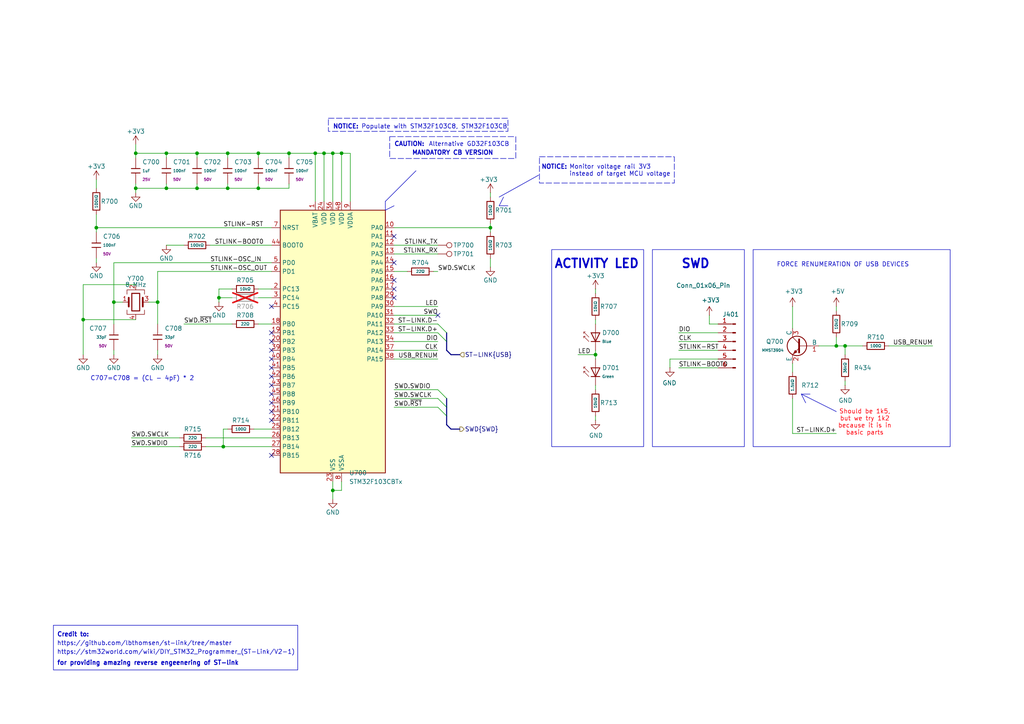
<source format=kicad_sch>
(kicad_sch (version 20250114) (generator "eeschema") (generator_version "9.0")
  (paper "A4")
  (title_block (title "ModuCard power supply unit") (date "2025-08-05") (rev "0") (company "KoNaR") (comment 1 "Base project authors: Dominik Pluta, Artem Horiunov") (comment 2 "Project author: Maciej Chodowiec"))
  (rectangle (start 218.44 72.39) (end 275.59 129.54))
  (rectangle (start 189.23 72.39) (end 215.9 129.54))
  (rectangle (start 113.03 39.624) (end 149.606 45.974) (stroke (width 0) (type dash)))
  (rectangle (start 160.02 72.39) (end 186.69 129.54))
  (rectangle (start 15.494 181.356) (end 86.36 194.31))
  (rectangle (start 156.464 45.466) (end 195.58 53.086) (stroke (width 0) (type dash)))
  (rectangle (start 95.25 34.29) (end 147.32 38.1) (stroke (width 0) (type dash)))
  (text "Alternative GD32F103CB " (at 136.525 41.91 0) (effects (font (size 1.27 1.27))))
  (text "SWD\n" (at 197.485 78.105 0) (effects (font (size 2.54 2.54) (thickness 0.508) (bold yes)) (justify left bottom)))
  (text "NOTICE:" (at 96.52 36.83 0) (effects (font (size 1.27 1.27) (bold yes)) (justify left)))
  (text "C707=C708 = (CL - 4pF) * 2\n" (at 41.275 109.855 0) (effects (font (size 1.27 1.27))))
  (text "Monitor voltage rail 3V3 \ninstead of target MCU voltage" (at 165.1 49.53 0) (effects (font (size 1.27 1.27)) (justify left)))
  (text "https://stm32world.com/wiki/DIY_STM32_Programmer_(ST-Link/V2-1)" (at 16.51 189.23 0) (effects (font (size 1.27 1.27)) (justify left)))
  (text "CAUTION:" (at 118.745 41.91 0) (effects (font (size 1.27 1.27) (bold yes))))
  (text "Populate with STM32F103C8, STM32F103CB\n" (at 104.775 36.83 0) (effects (font (size 1.27 1.27)) (justify left)))
  (text "Should be 1k5,\nbut we try 1k2\nbecause it is in\nbasic parts" (at 250.825 122.555 0) (effects (font (size 1.27 1.27))))
  (text "ACTIVITY LED\n" (at 160.655 78.105 0) (effects (font (size 2.54 2.54) (thickness 0.508) (bold yes)) (justify left bottom)))
  (text "for providing amazing reverse engeenering of ST-link\n" (at 16.51 192.405 0) (effects (font (size 1.27 1.27) (bold yes)) (justify left)))
  (text " MANDATORY CB VERSION" (at 130.81 44.45 0) (effects (font (size 1.27 1.27) (bold yes))))
  (text "FORCE RENUMERATION OF USB DEVICES" (at 244.475 76.835 0) (effects (font (size 1.27 1.27))))
  (text "https://github.com/lbthomsen/st-link/tree/master" (at 16.51 186.69 0) (effects (font (size 1.27 1.27)) (justify left)))
  (text "NOTICE:" (at 160.782 48.514 0) (effects (font (size 1.27 1.27) (bold yes))))
  (text "Credit to:" (at 16.51 184.15 0) (effects (font (size 1.27 1.27) (bold yes)) (justify left)))
  (junction (at 63.5 86.36))
  (junction (at 39.37 44.45))
  (junction (at 66.04 54.61))
  (junction (at 27.94 66.04))
  (junction (at 83.82 44.45))
  (junction (at 91.44 44.45))
  (junction (at 39.37 54.61))
  (junction (at 99.06 44.45))
  (junction (at 66.04 44.45))
  (junction (at 74.93 44.45))
  (junction (at 245.11 100.33))
  (junction (at 48.26 44.45))
  (junction (at 33.02 87.63))
  (junction (at 172.72 102.87))
  (junction (at 96.52 44.45))
  (junction (at 57.15 44.45))
  (junction (at 64.77 129.54))
  (junction (at 96.52 142.24))
  (junction (at 57.15 54.61))
  (junction (at 24.13 92.71))
  (junction (at 242.57 100.33))
  (junction (at 48.26 54.61))
  (junction (at 93.98 44.45))
  (junction (at 45.72 87.63))
  (junction (at 74.93 54.61))
  (junction (at 142.24 66.04))
  (no_connect (at 114.3 76.2))
  (no_connect (at 78.74 99.06))
  (no_connect (at 78.74 106.68))
  (no_connect (at 78.74 88.9))
  (no_connect (at 78.74 121.92))
  (no_connect (at 78.74 111.76))
  (no_connect (at 114.3 86.36))
  (no_connect (at 78.74 114.3))
  (no_connect (at 78.74 132.08))
  (no_connect (at 114.3 68.58))
  (no_connect (at 78.74 96.52))
  (no_connect (at 114.3 83.82))
  (no_connect (at 127 91.44))
  (no_connect (at 78.74 101.6))
  (no_connect (at 114.3 81.28))
  (no_connect (at 78.74 119.38))
  (no_connect (at 78.74 116.84))
  (no_connect (at 78.74 104.14))
  (no_connect (at 78.74 109.22))
  (bus_entry (at 127 115.57) (size 2.54 2.54))
  (bus_entry (at 127 96.52) (size 2.54 2.54))
  (bus_entry (at 127 93.98) (size 2.54 2.54))
  (bus_entry (at 127 118.11) (size 2.54 2.54))
  (bus_entry (at 127 113.03) (size 2.54 2.54))
  (polyline (pts (xy 242.57 119.38) (xy 232.41 114.3)))
  (wire (pts (xy 27.94 66.04) (xy 78.74 66.04)))
  (wire (pts (xy 114.3 73.66) (xy 127 73.66)))
  (bus (pts (xy 130.81 102.87) (xy 129.54 101.6)))
  (wire (pts (xy 245.11 110.49) (xy 245.11 111.76)))
  (wire (pts (xy 229.87 125.73) (xy 242.57 125.73)))
  (wire (pts (xy 242.57 100.33) (xy 245.11 100.33)))
  (bus (pts (xy 129.54 99.06) (xy 129.54 101.6)))
  (wire (pts (xy 38.1 129.54) (xy 52.07 129.54)))
  (wire (pts (xy 99.06 44.45) (xy 99.06 58.42)))
  (bus (pts (xy 130.81 124.46) (xy 133.35 124.46)))
  (wire (pts (xy 38.1 127) (xy 52.07 127)))
  (wire (pts (xy 101.6 58.42) (xy 101.6 44.45)))
  (wire (pts (xy 74.93 54.61) (xy 83.82 54.61)))
  (wire (pts (xy 39.37 41.91) (xy 39.37 44.45)))
  (wire (pts (xy 48.26 44.45) (xy 57.15 44.45)))
  (wire (pts (xy 33.02 76.2) (xy 33.02 87.63)))
  (polyline (pts (xy 111.76 58.42) (xy 111.76 60.96)))
  (wire (pts (xy 114.3 93.98) (xy 127 93.98)))
  (wire (pts (xy 66.04 53.34) (xy 66.04 54.61)))
  (wire (pts (xy 114.3 78.74) (xy 118.11 78.74)))
  (wire (pts (xy 114.3 91.44) (xy 127 91.44)))
  (wire (pts (xy 196.85 106.68) (xy 208.28 106.68)))
  (wire (pts (xy 196.85 101.6) (xy 208.28 101.6)))
  (wire (pts (xy 64.77 124.46) (xy 64.77 129.54)))
  (wire (pts (xy 96.52 142.24) (xy 96.52 144.78)))
  (wire (pts (xy 127 104.14) (xy 114.3 104.14)))
  (wire (pts (xy 142.24 66.04) (xy 142.24 67.31)))
  (wire (pts (xy 114.3 113.03) (xy 127 113.03)))
  (bus (pts (xy 130.81 102.87) (xy 133.35 102.87)))
  (wire (pts (xy 242.57 100.33) (xy 237.49 100.33)))
  (bus (pts (xy 129.54 123.19) (xy 130.81 124.46)))
  (wire (pts (xy 101.6 44.45) (xy 99.06 44.45)))
  (wire (pts (xy 99.06 139.7) (xy 99.06 142.24)))
  (polyline (pts (xy 232.41 114.3) (xy 233.68 116.84)))
  (wire (pts (xy 39.37 82.55) (xy 24.13 82.55)))
  (wire (pts (xy 33.02 76.2) (xy 78.74 76.2)))
  (wire (pts (xy 63.5 83.82) (xy 63.5 86.36)))
  (wire (pts (xy 27.94 66.04) (xy 27.94 67.31)))
  (wire (pts (xy 245.11 102.87) (xy 245.11 100.33)))
  (wire (pts (xy 64.77 124.46) (xy 66.04 124.46)))
  (wire (pts (xy 172.72 121.92) (xy 172.72 120.65)))
  (wire (pts (xy 74.93 83.82) (xy 78.74 83.82)))
  (wire (pts (xy 74.93 44.45) (xy 83.82 44.45)))
  (wire (pts (xy 57.15 44.45) (xy 57.15 45.72)))
  (wire (pts (xy 99.06 44.45) (xy 96.52 44.45)))
  (wire (pts (xy 53.34 93.98) (xy 67.31 93.98)))
  (wire (pts (xy 270.51 100.33) (xy 257.81 100.33)))
  (wire (pts (xy 205.74 91.44) (xy 205.74 93.98)))
  (wire (pts (xy 229.87 105.41) (xy 229.87 107.95)))
  (wire (pts (xy 196.85 99.06) (xy 208.28 99.06)))
  (wire (pts (xy 57.15 44.45) (xy 66.04 44.45)))
  (wire (pts (xy 127 88.9) (xy 114.3 88.9)))
  (bus (pts (xy 129.54 118.11) (xy 129.54 115.57)))
  (wire (pts (xy 33.02 87.63) (xy 33.02 93.98)))
  (wire (pts (xy 66.04 44.45) (xy 74.93 44.45)))
  (wire (pts (xy 48.26 44.45) (xy 48.26 45.72)))
  (wire (pts (xy 96.52 142.24) (xy 99.06 142.24)))
  (wire (pts (xy 114.3 96.52) (xy 127 96.52)))
  (polyline (pts (xy 232.41 114.3) (xy 234.95 114.3)))
  (wire (pts (xy 59.69 127) (xy 78.74 127)))
  (wire (pts (xy 242.57 97.79) (xy 242.57 100.33)))
  (bus (pts (xy 129.54 120.65) (xy 129.54 123.19)))
  (wire (pts (xy 142.24 64.77) (xy 142.24 66.04)))
  (wire (pts (xy 39.37 54.61) (xy 48.26 54.61)))
  (wire (pts (xy 127 101.6) (xy 114.3 101.6)))
  (wire (pts (xy 24.13 92.71) (xy 24.13 102.87)))
  (polyline (pts (xy 111.76 60.96) (xy 114.3 59.69)))
  (wire (pts (xy 96.52 44.45) (xy 96.52 58.42)))
  (wire (pts (xy 114.3 115.57) (xy 127 115.57)))
  (wire (pts (xy 60.96 71.12) (xy 78.74 71.12)))
  (wire (pts (xy 83.82 53.34) (xy 83.82 54.61)))
  (wire (pts (xy 27.94 74.93) (xy 27.94 76.2)))
  (wire (pts (xy 229.87 115.57) (xy 229.87 125.73)))
  (wire (pts (xy 172.72 85.09) (xy 172.72 83.82)))
  (wire (pts (xy 45.72 87.63) (xy 45.72 93.98)))
  (wire (pts (xy 91.44 44.45) (xy 93.98 44.45)))
  (wire (pts (xy 194.31 104.14) (xy 208.28 104.14)))
  (wire (pts (xy 39.37 44.45) (xy 48.26 44.45)))
  (wire (pts (xy 78.74 86.36) (xy 74.93 86.36)))
  (wire (pts (xy 43.18 87.63) (xy 45.72 87.63)))
  (wire (pts (xy 74.93 53.34) (xy 74.93 54.61)))
  (wire (pts (xy 39.37 53.34) (xy 39.37 54.61)))
  (wire (pts (xy 142.24 55.88) (xy 142.24 57.15)))
  (wire (pts (xy 48.26 71.12) (xy 53.34 71.12)))
  (wire (pts (xy 73.66 124.46) (xy 78.74 124.46)))
  (wire (pts (xy 83.82 44.45) (xy 91.44 44.45)))
  (wire (pts (xy 114.3 71.12) (xy 127 71.12)))
  (wire (pts (xy 27.94 52.07) (xy 27.94 54.61)))
  (wire (pts (xy 64.77 129.54) (xy 78.74 129.54)))
  (wire (pts (xy 142.24 74.93) (xy 142.24 77.47)))
  (wire (pts (xy 48.26 53.34) (xy 48.26 54.61)))
  (wire (pts (xy 63.5 83.82) (xy 67.31 83.82)))
  (wire (pts (xy 74.93 44.45) (xy 74.93 45.72)))
  (wire (pts (xy 114.3 66.04) (xy 142.24 66.04)))
  (bus (pts (xy 129.54 118.11) (xy 129.54 120.65)))
  (bus (pts (xy 129.54 96.52) (xy 129.54 99.06)))
  (wire (pts (xy 45.72 78.74) (xy 78.74 78.74)))
  (wire (pts (xy 57.15 53.34) (xy 57.15 54.61)))
  (wire (pts (xy 172.72 111.76) (xy 172.72 113.03)))
  (wire (pts (xy 27.94 62.23) (xy 27.94 66.04)))
  (wire (pts (xy 242.57 88.9) (xy 242.57 90.17)))
  (wire (pts (xy 229.87 88.9) (xy 229.87 95.25)))
  (polyline (pts (xy 156.21 50.8) (xy 144.78 57.15)))
  (wire (pts (xy 63.5 86.36) (xy 63.5 87.63)))
  (wire (pts (xy 66.04 54.61) (xy 74.93 54.61)))
  (wire (pts (xy 45.72 78.74) (xy 45.72 87.63)))
  (wire (pts (xy 74.93 93.98) (xy 78.74 93.98)))
  (wire (pts (xy 250.19 100.33) (xy 245.11 100.33)))
  (polyline (pts (xy 144.78 59.69) (xy 147.32 59.69)))
  (wire (pts (xy 39.37 44.45) (xy 39.37 45.72)))
  (wire (pts (xy 39.37 54.61) (xy 39.37 55.88)))
  (wire (pts (xy 33.02 87.63) (xy 35.56 87.63)))
  (wire (pts (xy 24.13 92.71) (xy 39.37 92.71)))
  (wire (pts (xy 114.3 99.06) (xy 127 99.06)))
  (wire (pts (xy 196.85 96.52) (xy 208.28 96.52)))
  (wire (pts (xy 48.26 54.61) (xy 57.15 54.61)))
  (wire (pts (xy 91.44 44.45) (xy 91.44 58.42)))
  (wire (pts (xy 205.74 93.98) (xy 208.28 93.98)))
  (wire (pts (xy 93.98 44.45) (xy 93.98 58.42)))
  (wire (pts (xy 114.3 118.11) (xy 127 118.11)))
  (wire (pts (xy 45.72 101.6) (xy 45.72 102.87)))
  (wire (pts (xy 172.72 93.98) (xy 172.72 92.71)))
  (wire (pts (xy 59.69 129.54) (xy 64.77 129.54)))
  (wire (pts (xy 66.04 44.45) (xy 66.04 45.72)))
  (polyline (pts (xy 144.78 59.69) (xy 146.05 57.15)))
  (wire (pts (xy 172.72 102.87) (xy 167.64 102.87)))
  (wire (pts (xy 63.5 86.36) (xy 67.31 86.36)))
  (wire (pts (xy 125.73 78.74) (xy 127 78.74)))
  (wire (pts (xy 33.02 101.6) (xy 33.02 102.87)))
  (wire (pts (xy 57.15 54.61) (xy 66.04 54.61)))
  (wire (pts (xy 172.72 101.6) (xy 172.72 102.87)))
  (wire (pts (xy 96.52 139.7) (xy 96.52 142.24)))
  (wire (pts (xy 83.82 45.72) (xy 83.82 44.45)))
  (wire (pts (xy 96.52 44.45) (xy 93.98 44.45)))
  (wire (pts (xy 172.72 104.14) (xy 172.72 102.87)))
  (wire (pts (xy 24.13 82.55) (xy 24.13 92.71)))
  (polyline (pts (xy 120.65 49.53) (xy 111.76 58.42)))
  (wire (pts (xy 194.31 104.14) (xy 194.31 106.68)))
  (label "STLINK_RX" (at 127 73.66 180))
  (label "STLINK-BOOT0" (at 196.85 106.68 0))
  (label "SWO" (at 127 91.44 180))
  (label "ST-LINK.D-" (at 127 93.98 180))
  (label "STLINK-RST" (at 196.85 101.6 0))
  (label "USB_RENUM" (at 127 104.14 180))
  (label "SWD.SWDIO" (at 114.3 113.03 0))
  (label "STLINK_TX" (at 127 71.12 180))
  (label "STLINK-BOOT0" (at 62.23 71.12 0))
  (label "SWD.SWCLK" (at 114.3 115.57 0))
  (label "SWD.SWDIO" (at 38.1 129.54 0))
  (label "CLK" (at 196.85 99.06 0))
  (label "LED" (at 127 88.9 180))
  (label "LED" (at 167.64 102.87 0))
  (label "STLINK-RST" (at 64.77 66.04 0))
  (label "STLINK-OSC_OUT" (at 60.96 78.74 0))
  (label "ST-LINK.D+" (at 127 96.52 180))
  (label "USB_RENUM" (at 270.51 100.33 180))
  (label "SWD.~{RST}" (at 114.3 118.11 0))
  (label "SWD.SWCLK" (at 127 78.74 0))
  (label "STLINK-OSC_IN" (at 60.96 76.2 0))
  (label "ST-LINK.D+" (at 242.57 125.73 180))
  (label "SWD.~{RST}" (at 53.34 93.98 0))
  (label "SWD.SWCLK" (at 38.1 127 0))
  (label "DIO" (at 196.85 96.52 0))
  (label "CLK" (at 127 101.6 180))
  (label "DIO" (at 127 99.06 180))
  (hierarchical_label "SWD{SWD}" (shape output) (at 133.35 124.46 0))
  (hierarchical_label "ST-LINK{USB}" (shape input) (at 133.35 102.87 0))
  (symbol (lib_id "PCM_JLCPCB-Capacitors:0402,33pF") (at 33.02 97.79 0) (unit 1)
    (property "Reference" "C707" (at 30.988 95.2499 0) (effects (justify right)))
    (property "Value" "33pF" (at 30.988 97.79 0) (effects (font (size 0.8 0.8)) (justify right)))
    (property "Footprint" "PCM_JLCPCB:C_0402" (effects (hide yes)))
    (property "Datasheet" "https://www.lcsc.com/datasheet/lcsc_datasheet_2304140030_FH--Guangdong-Fenghua-Advanced-Tech-0402CG330J500NT_C1562.pdf" (effects (hide yes)))
    (property "Description" "50V 33pF C0G ±5% 0402 Multilayer Ceramic Capacitors MLCC - SMD/SMT ROHS" (effects (hide yes)))
    (property "LCSC" "C1562" (effects (hide yes)))
    (property "Stock" "404899" (effects (hide yes)))
    (property "Price" "0.004USD" (effects (hide yes)))
    (property "Process" "SMT" (effects (hide yes)))
    (property "Minimum Qty" "20" (effects (hide yes)))
    (property "Attrition Qty" "10" (effects (hide yes)))
    (property "Class" "Basic Component" (effects (hide yes)))
    (property "Category" "Capacitors,Multilayer Ceramic Capacitors MLCC - SMD/SMT" (effects (hide yes)))
    (property "Manufacturer" "FH(Guangdong Fenghua Advanced Tech)" (effects (hide yes)))
    (property "Part" "0402CG330J500NT" (effects (hide yes)))
    (property "Voltage Rated" "50V" (at 30.988 100.33 0) (effects (font (size 0.8 0.8)) (justify right)))
    (property "Tolerance" "±5%" (effects (hide yes)))
    (property "Capacitance" "33pF" (effects (hide yes)))
    (property "Temperature Coefficient" "C0G" (effects (hide yes)))
  )
  (symbol (lib_id "power:GND") (at 27.94 76.2 0) (unit 1)
    (property "Reference" "#PWR0705" (effects (hide yes)))
    (property "Value" "GND" (at 27.94 80.01 0))
    (property "Description" "Power symbol creates a global label with name \"GND\" , ground" (effects (hide yes)))
  )
  (symbol (lib_id "PCM_JLCPCB-Capacitors:0402,100nF,(2)") (at 27.94 71.12 0) (unit 1)
    (property "Reference" "C706" (at 29.845 68.5799 0) (effects (justify left)))
    (property "Value" "100nF" (at 29.845 71.12 0) (effects (font (size 0.8 0.8)) (justify left)))
    (property "Footprint" "PCM_JLCPCB:C_0402" (effects (hide yes)))
    (property "Datasheet" "https://www.lcsc.com/datasheet/lcsc_datasheet_2304140030_Samsung-Electro-Mechanics-CL05B104KB54PNC_C307331.pdf" (effects (hide yes)))
    (property "Description" "50V 100nF X7R ±10% 0402 Multilayer Ceramic Capacitors MLCC - SMD/SMT ROHS" (effects (hide yes)))
    (property "LCSC" "C307331" (effects (hide yes)))
    (property "Stock" "8389599" (effects (hide yes)))
    (property "Price" "0.008USD" (effects (hide yes)))
    (property "Process" "SMT" (effects (hide yes)))
    (property "Minimum Qty" "20" (effects (hide yes)))
    (property "Attrition Qty" "10" (effects (hide yes)))
    (property "Class" "Basic Component" (effects (hide yes)))
    (property "Category" "Capacitors,Multilayer Ceramic Capacitors MLCC - SMD/SMT" (effects (hide yes)))
    (property "Manufacturer" "Samsung Electro-Mechanics" (effects (hide yes)))
    (property "Part" "CL05B104KB54PNC" (effects (hide yes)))
    (property "Voltage Rated" "50V" (at 29.845 73.66 0) (effects (font (size 0.8 0.8)) (justify left)))
    (property "Tolerance" "±10%" (effects (hide yes)))
    (property "Capacitance" "100nF" (effects (hide yes)))
    (property "Temperature Coefficient" "X7R" (effects (hide yes)))
  )
  (symbol (lib_id "power:GND") (at 39.37 55.88 0) (unit 1)
    (property "Reference" "#PWR0703" (effects (hide yes)))
    (property "Value" "GND" (at 39.37 59.69 0))
    (property "Description" "Power symbol creates a global label with name \"GND\" , ground" (effects (hide yes)))
  )
  (symbol (lib_id "power:GND") (at 24.13 102.87 0) (unit 1)
    (property "Reference" "#PWR0331" (effects (hide yes)))
    (property "Value" "GND" (at 24.13 106.68 0))
    (property "Description" "Power symbol creates a global label with name \"GND\" , ground" (effects (hide yes)))
  )
  (symbol (lib_id "PCM_JLCPCB-Resistors:0402,10kΩ") (at 71.12 86.36 90) (unit 1) (in_bom no) (dnp yes)
    (property "Reference" "R706" (at 71.12 88.9 90))
    (property "Value" "10kΩ" (at 71.12 86.36 90) (effects (font (size 0.8 0.8))))
    (property "Footprint" "PCM_JLCPCB:R_0402" (effects (hide yes)))
    (property "Datasheet" "https://www.lcsc.com/datasheet/lcsc_datasheet_2411221126_UNI-ROYAL-Uniroyal-Elec-0402WGF1002TCE_C25744.pdf" (effects (hide yes)))
    (property "Description" "62.5mW Thick Film Resistors 50V ±100ppm/°C ±1% 10kΩ 0402 Chip Resistor - Surface Mount ROHS" (effects (hide yes)))
    (property "LCSC" "C25744" (effects (hide yes)))
    (property "Stock" "24372091" (effects (hide yes)))
    (property "Price" "0.004USD" (effects (hide yes)))
    (property "Process" "SMT" (effects (hide yes)))
    (property "Minimum Qty" "20" (effects (hide yes)))
    (property "Attrition Qty" "10" (effects (hide yes)))
    (property "Class" "Basic Component" (effects (hide yes)))
    (property "Category" "Resistors,Chip Resistor - Surface Mount" (effects (hide yes)))
    (property "Manufacturer" "UNI-ROYAL(Uniroyal Elec)" (effects (hide yes)))
    (property "Part" "0402WGF1002TCE" (effects (hide yes)))
    (property "Resistance" "10kΩ" (effects (hide yes)))
    (property "Power(Watts)" "62.5mW" (effects (hide yes)))
    (property "Type" "Thick Film Resistors" (effects (hide yes)))
    (property "Overload Voltage (Max)" "50V" (effects (hide yes)))
    (property "Operating Temperature Range" "-55°C~+155°C" (effects (hide yes)))
    (property "Tolerance" "±1%" (effects (hide yes)))
    (property "Temperature Coefficient" "±100ppm/°C" (effects (hide yes)))
  )
  (symbol (lib_id "power:GND") (at 142.24 77.47 0) (unit 1)
    (property "Reference" "#PWR0706" (effects (hide yes)))
    (property "Value" "GND" (at 142.24 81.28 0))
    (property "Description" "Power symbol creates a global label with name \"GND\" , ground" (effects (hide yes)))
  )
  (symbol (lib_id "PCM_JLCPCB-Capacitors:0402,100nF,(2)") (at 83.82 49.53 0) (unit 1)
    (property "Reference" "C705" (at 85.725 46.9899 0) (effects (justify left)))
    (property "Value" "100nF" (at 85.725 49.53 0) (effects (font (size 0.8 0.8)) (justify left)))
    (property "Footprint" "PCM_JLCPCB:C_0402" (effects (hide yes)))
    (property "Datasheet" "https://www.lcsc.com/datasheet/lcsc_datasheet_2304140030_Samsung-Electro-Mechanics-CL05B104KB54PNC_C307331.pdf" (effects (hide yes)))
    (property "Description" "50V 100nF X7R ±10% 0402 Multilayer Ceramic Capacitors MLCC - SMD/SMT ROHS" (effects (hide yes)))
    (property "LCSC" "C307331" (effects (hide yes)))
    (property "Stock" "8389599" (effects (hide yes)))
    (property "Price" "0.008USD" (effects (hide yes)))
    (property "Process" "SMT" (effects (hide yes)))
    (property "Minimum Qty" "20" (effects (hide yes)))
    (property "Attrition Qty" "10" (effects (hide yes)))
    (property "Class" "Basic Component" (effects (hide yes)))
    (property "Category" "Capacitors,Multilayer Ceramic Capacitors MLCC - SMD/SMT" (effects (hide yes)))
    (property "Manufacturer" "Samsung Electro-Mechanics" (effects (hide yes)))
    (property "Part" "CL05B104KB54PNC" (effects (hide yes)))
    (property "Voltage Rated" "50V" (at 85.725 52.07 0) (effects (font (size 0.8 0.8)) (justify left)))
    (property "Tolerance" "±10%" (effects (hide yes)))
    (property "Capacitance" "100nF" (effects (hide yes)))
    (property "Temperature Coefficient" "X7R" (effects (hide yes)))
  )
  (symbol (lib_id "power:GND") (at 45.72 102.87 0) (unit 1)
    (property "Reference" "#PWR0713" (effects (hide yes)))
    (property "Value" "GND" (at 45.72 106.68 0))
    (property "Description" "Power symbol creates a global label with name \"GND\" , ground" (effects (hide yes)))
  )
  (symbol (lib_id "PCM_JLCPCB-Resistors:0402,22Ω") (at 71.12 93.98 90) (unit 1)
    (property "Reference" "R708" (at 71.12 91.44 90))
    (property "Value" "22Ω" (at 71.12 93.98 90) (effects (font (size 0.8 0.8))))
    (property "Footprint" "PCM_JLCPCB:R_0402" (effects (hide yes)))
    (property "Datasheet" "https://www.lcsc.com/datasheet/lcsc_datasheet_2205311900_UNI-ROYAL-Uniroyal-Elec-0402WGF220JTCE_C25092.pdf" (effects (hide yes)))
    (property "Description" "62.5mW Thick Film Resistors 50V ±1% ±100ppm/°C 22Ω 0402 Chip Resistor - Surface Mount ROHS" (effects (hide yes)))
    (property "LCSC" "C25092" (effects (hide yes)))
    (property "Stock" "7466061" (effects (hide yes)))
    (property "Price" "0.004USD" (effects (hide yes)))
    (property "Process" "SMT" (effects (hide yes)))
    (property "Minimum Qty" "20" (effects (hide yes)))
    (property "Attrition Qty" "10" (effects (hide yes)))
    (property "Class" "Basic Component" (effects (hide yes)))
    (property "Category" "Resistors,Chip Resistor - Surface Mount" (effects (hide yes)))
    (property "Manufacturer" "UNI-ROYAL(Uniroyal Elec)" (effects (hide yes)))
    (property "Part" "0402WGF220JTCE" (effects (hide yes)))
    (property "Resistance" "22Ω" (effects (hide yes)))
    (property "Power(Watts)" "62.5mW" (effects (hide yes)))
    (property "Type" "Thick Film Resistors" (effects (hide yes)))
    (property "Overload Voltage (Max)" "50V" (effects (hide yes)))
    (property "Operating Temperature Range" "-55°C~+155°C" (effects (hide yes)))
    (property "Tolerance" "±1%" (effects (hide yes)))
    (property "Temperature Coefficient" "±100ppm/°C" (effects (hide yes)))
  )
  (symbol (lib_id "power:GND") (at 48.26 71.12 0) (unit 1)
    (property "Reference" "#PWR0704" (effects (hide yes)))
    (property "Value" "GND" (at 48.26 74.93 0))
    (property "Description" "Power symbol creates a global label with name \"GND\" , ground" (effects (hide yes)))
  )
  (symbol (lib_id "PCM_JLCPCB-Capacitors:0402,100nF,(2)") (at 74.93 49.53 0) (unit 1)
    (property "Reference" "C704" (at 76.835 46.9899 0) (effects (justify left)))
    (property "Value" "100nF" (at 76.835 49.53 0) (effects (font (size 0.8 0.8)) (justify left)))
    (property "Footprint" "PCM_JLCPCB:C_0402" (effects (hide yes)))
    (property "Datasheet" "https://www.lcsc.com/datasheet/lcsc_datasheet_2304140030_Samsung-Electro-Mechanics-CL05B104KB54PNC_C307331.pdf" (effects (hide yes)))
    (property "Description" "50V 100nF X7R ±10% 0402 Multilayer Ceramic Capacitors MLCC - SMD/SMT ROHS" (effects (hide yes)))
    (property "LCSC" "C307331" (effects (hide yes)))
    (property "Stock" "8389599" (effects (hide yes)))
    (property "Price" "0.008USD" (effects (hide yes)))
    (property "Process" "SMT" (effects (hide yes)))
    (property "Minimum Qty" "20" (effects (hide yes)))
    (property "Attrition Qty" "10" (effects (hide yes)))
    (property "Class" "Basic Component" (effects (hide yes)))
    (property "Category" "Capacitors,Multilayer Ceramic Capacitors MLCC - SMD/SMT" (effects (hide yes)))
    (property "Manufacturer" "Samsung Electro-Mechanics" (effects (hide yes)))
    (property "Part" "CL05B104KB54PNC" (effects (hide yes)))
    (property "Voltage Rated" "50V" (at 76.835 52.07 0) (effects (font (size 0.8 0.8)) (justify left)))
    (property "Tolerance" "±10%" (effects (hide yes)))
    (property "Capacitance" "100nF" (effects (hide yes)))
    (property "Temperature Coefficient" "X7R" (effects (hide yes)))
  )
  (symbol (lib_id "Connector:Conn_01x06_Pin") (at 213.36 99.06 0) (mirror y) (unit 1) (in_bom no)
    (property "Reference" "J401" (at 209.55 91.186 0) (effects (justify right)))
    (property "Value" "Conn_01x06_Pin" (at 196.088 82.804 0) (effects (justify right)))
    (property "Footprint" "Connector_PinHeader_1.27mm:PinHeader_1x06_P1.27mm_Vertical" (effects (hide yes)))
    (property "Description" "Generic connector, single row, 01x06, script generated" (effects (hide yes)))
  )
  (symbol (lib_id "power:+3V3") (at 205.74 91.44 0) (unit 1)
    (property "Reference" "#PWR0711" (effects (hide yes)))
    (property "Value" "+3V3" (at 206.121 87.0458 0))
    (property "Description" "Power symbol creates a global label with name \"+3V3\"" (effects (hide yes)))
  )
  (symbol (lib_id "power:GND") (at 245.11 111.76 0) (unit 1)
    (property "Reference" "#PWR0715" (effects (hide yes)))
    (property "Value" "GND" (at 245.237 116.1542 0))
    (property "Description" "Power symbol creates a global label with name \"GND\" , ground" (effects (hide yes)))
  )
  (symbol (lib_id "PCM_JLCPCB-Resistors:0402,10kΩ") (at 172.72 116.84 0) (unit 1)
    (property "Reference" "R713" (at 173.99 116.84 0) (effects (justify left)))
    (property "Value" "10kΩ" (at 172.72 116.84 90) (effects (font (size 0.8 0.8))))
    (property "Footprint" "PCM_JLCPCB:R_0402" (effects (hide yes)))
    (property "Datasheet" "https://www.lcsc.com/datasheet/lcsc_datasheet_2411221126_UNI-ROYAL-Uniroyal-Elec-0402WGF1002TCE_C25744.pdf" (effects (hide yes)))
    (property "Description" "62.5mW Thick Film Resistors 50V ±100ppm/°C ±1% 10kΩ 0402 Chip Resistor - Surface Mount ROHS" (effects (hide yes)))
    (property "LCSC" "C25744" (effects (hide yes)))
    (property "Stock" "24372091" (effects (hide yes)))
    (property "Price" "0.004USD" (effects (hide yes)))
    (property "Process" "SMT" (effects (hide yes)))
    (property "Minimum Qty" "20" (effects (hide yes)))
    (property "Attrition Qty" "10" (effects (hide yes)))
    (property "Class" "Basic Component" (effects (hide yes)))
    (property "Category" "Resistors,Chip Resistor - Surface Mount" (effects (hide yes)))
    (property "Manufacturer" "UNI-ROYAL(Uniroyal Elec)" (effects (hide yes)))
    (property "Part" "0402WGF1002TCE" (effects (hide yes)))
    (property "Resistance" "10kΩ" (effects (hide yes)))
    (property "Power(Watts)" "62.5mW" (effects (hide yes)))
    (property "Type" "Thick Film Resistors" (effects (hide yes)))
    (property "Overload Voltage (Max)" "50V" (effects (hide yes)))
    (property "Operating Temperature Range" "-55°C~+155°C" (effects (hide yes)))
    (property "Tolerance" "±1%" (effects (hide yes)))
    (property "Temperature Coefficient" "±100ppm/°C" (effects (hide yes)))
  )
  (symbol (lib_id "PCM_JLCPCB-Resistors:0402,22Ω") (at 121.92 78.74 90) (unit 1)
    (property "Reference" "R704" (at 121.92 76.2 90))
    (property "Value" "22Ω" (at 121.92 78.74 90) (effects (font (size 0.8 0.8))))
    (property "Footprint" "PCM_JLCPCB:R_0402" (effects (hide yes)))
    (property "Datasheet" "https://www.lcsc.com/datasheet/lcsc_datasheet_2205311900_UNI-ROYAL-Uniroyal-Elec-0402WGF220JTCE_C25092.pdf" (effects (hide yes)))
    (property "Description" "62.5mW Thick Film Resistors 50V ±1% ±100ppm/°C 22Ω 0402 Chip Resistor - Surface Mount ROHS" (effects (hide yes)))
    (property "LCSC" "C25092" (effects (hide yes)))
    (property "Stock" "7466061" (effects (hide yes)))
    (property "Price" "0.004USD" (effects (hide yes)))
    (property "Process" "SMT" (effects (hide yes)))
    (property "Minimum Qty" "20" (effects (hide yes)))
    (property "Attrition Qty" "10" (effects (hide yes)))
    (property "Class" "Basic Component" (effects (hide yes)))
    (property "Category" "Resistors,Chip Resistor - Surface Mount" (effects (hide yes)))
    (property "Manufacturer" "UNI-ROYAL(Uniroyal Elec)" (effects (hide yes)))
    (property "Part" "0402WGF220JTCE" (effects (hide yes)))
    (property "Resistance" "22Ω" (effects (hide yes)))
    (property "Power(Watts)" "62.5mW" (effects (hide yes)))
    (property "Type" "Thick Film Resistors" (effects (hide yes)))
    (property "Overload Voltage (Max)" "50V" (effects (hide yes)))
    (property "Operating Temperature Range" "-55°C~+155°C" (effects (hide yes)))
    (property "Tolerance" "±1%" (effects (hide yes)))
    (property "Temperature Coefficient" "±100ppm/°C" (effects (hide yes)))
  )
  (symbol (lib_id "PCM_JLCPCB-Capacitors:0402,100nF,(2)") (at 48.26 49.53 0) (unit 1)
    (property "Reference" "C701" (at 50.165 46.9899 0) (effects (justify left)))
    (property "Value" "100nF" (at 50.165 49.53 0) (effects (font (size 0.8 0.8)) (justify left)))
    (property "Footprint" "PCM_JLCPCB:C_0402" (effects (hide yes)))
    (property "Datasheet" "https://www.lcsc.com/datasheet/lcsc_datasheet_2304140030_Samsung-Electro-Mechanics-CL05B104KB54PNC_C307331.pdf" (effects (hide yes)))
    (property "Description" "50V 100nF X7R ±10% 0402 Multilayer Ceramic Capacitors MLCC - SMD/SMT ROHS" (effects (hide yes)))
    (property "LCSC" "C307331" (effects (hide yes)))
    (property "Stock" "8389599" (effects (hide yes)))
    (property "Price" "0.008USD" (effects (hide yes)))
    (property "Process" "SMT" (effects (hide yes)))
    (property "Minimum Qty" "20" (effects (hide yes)))
    (property "Attrition Qty" "10" (effects (hide yes)))
    (property "Class" "Basic Component" (effects (hide yes)))
    (property "Category" "Capacitors,Multilayer Ceramic Capacitors MLCC - SMD/SMT" (effects (hide yes)))
    (property "Manufacturer" "Samsung Electro-Mechanics" (effects (hide yes)))
    (property "Part" "CL05B104KB54PNC" (effects (hide yes)))
    (property "Voltage Rated" "50V" (at 50.165 52.07 0) (effects (font (size 0.8 0.8)) (justify left)))
    (property "Tolerance" "±10%" (effects (hide yes)))
    (property "Capacitance" "100nF" (effects (hide yes)))
    (property "Temperature Coefficient" "X7R" (effects (hide yes)))
  )
  (symbol (lib_id "PCM_JLCPCB-Capacitors:0402,100nF,(2)") (at 57.15 49.53 0) (unit 1)
    (property "Reference" "C702" (at 59.055 46.9899 0) (effects (justify left)))
    (property "Value" "100nF" (at 59.055 49.53 0) (effects (font (size 0.8 0.8)) (justify left)))
    (property "Footprint" "PCM_JLCPCB:C_0402" (effects (hide yes)))
    (property "Datasheet" "https://www.lcsc.com/datasheet/lcsc_datasheet_2304140030_Samsung-Electro-Mechanics-CL05B104KB54PNC_C307331.pdf" (effects (hide yes)))
    (property "Description" "50V 100nF X7R ±10% 0402 Multilayer Ceramic Capacitors MLCC - SMD/SMT ROHS" (effects (hide yes)))
    (property "LCSC" "C307331" (effects (hide yes)))
    (property "Stock" "8389599" (effects (hide yes)))
    (property "Price" "0.008USD" (effects (hide yes)))
    (property "Process" "SMT" (effects (hide yes)))
    (property "Minimum Qty" "20" (effects (hide yes)))
    (property "Attrition Qty" "10" (effects (hide yes)))
    (property "Class" "Basic Component" (effects (hide yes)))
    (property "Category" "Capacitors,Multilayer Ceramic Capacitors MLCC - SMD/SMT" (effects (hide yes)))
    (property "Manufacturer" "Samsung Electro-Mechanics" (effects (hide yes)))
    (property "Part" "CL05B104KB54PNC" (effects (hide yes)))
    (property "Voltage Rated" "50V" (at 59.055 52.07 0) (effects (font (size 0.8 0.8)) (justify left)))
    (property "Tolerance" "±10%" (effects (hide yes)))
    (property "Capacitance" "100nF" (effects (hide yes)))
    (property "Temperature Coefficient" "X7R" (effects (hide yes)))
  )
  (symbol (lib_id "PCM_JLCPCB-Resistors:0402,100kΩ") (at 57.15 71.12 90) (unit 1)
    (property "Reference" "R702" (at 57.15 68.58 90))
    (property "Value" "100kΩ" (at 57.15 71.12 90) (effects (font (size 0.8 0.8))))
    (property "Footprint" "PCM_JLCPCB:R_0402" (effects (hide yes)))
    (property "Datasheet" "https://www.lcsc.com/datasheet/lcsc_datasheet_2206010100_UNI-ROYAL-Uniroyal-Elec-0402WGF1003TCE_C25741.pdf" (effects (hide yes)))
    (property "Description" "62.5mW Thick Film Resistors 50V ±100ppm/°C ±1% 100kΩ 0402 Chip Resistor - Surface Mount ROHS" (effects (hide yes)))
    (property "LCSC" "C25741" (effects (hide yes)))
    (property "Stock" "6969783" (effects (hide yes)))
    (property "Price" "0.004USD" (effects (hide yes)))
    (property "Process" "SMT" (effects (hide yes)))
    (property "Minimum Qty" "20" (effects (hide yes)))
    (property "Attrition Qty" "10" (effects (hide yes)))
    (property "Class" "Basic Component" (effects (hide yes)))
    (property "Category" "Resistors,Chip Resistor - Surface Mount" (effects (hide yes)))
    (property "Manufacturer" "UNI-ROYAL(Uniroyal Elec)" (effects (hide yes)))
    (property "Part" "0402WGF1003TCE" (effects (hide yes)))
    (property "Resistance" "100kΩ" (effects (hide yes)))
    (property "Power(Watts)" "62.5mW" (effects (hide yes)))
    (property "Type" "Thick Film Resistors" (effects (hide yes)))
    (property "Overload Voltage (Max)" "50V" (effects (hide yes)))
    (property "Operating Temperature Range" "-55°C~+155°C" (effects (hide yes)))
    (property "Tolerance" "±1%" (effects (hide yes)))
    (property "Temperature Coefficient" "±100ppm/°C" (effects (hide yes)))
  )
  (symbol (lib_id "MCU_ST_STM32F1:STM32F103CBTx") (at 96.52 99.06 0) (unit 1)
    (property "Reference" "U700" (at 101.2541 137.16 0) (effects (justify left)))
    (property "Value" "STM32F103CBTx" (at 101.2541 139.7 0) (effects (justify left)))
    (property "Footprint" "Package_QFP:LQFP-48_7x7mm_P0.5mm" (effects (hide yes)))
    (property "Datasheet" "https://www.st.com/resource/en/datasheet/stm32f103cb.pdf" (effects (hide yes)))
    (property "Description" "STMicroelectronics Arm Cortex-M3 MCU, 128KB flash, 20KB RAM, 72 MHz, 2.0-3.6V, 37 GPIO, LQFP48" (effects (hide yes)))
  )
  (symbol (lib_id "power:+3V3") (at 172.72 83.82 0) (unit 1)
    (property "Reference" "#PWR0707" (effects (hide yes)))
    (property "Value" "+3V3" (at 172.72 80.01 0))
    (property "Description" "Power symbol creates a global label with name \"+3V3\"" (effects (hide yes)))
  )
  (symbol (lib_id "PCM_JLCPCB-Resistors:0402,10kΩ") (at 172.72 88.9 0) (unit 1)
    (property "Reference" "R707" (at 173.99 88.9 0) (effects (justify left)))
    (property "Value" "10kΩ" (at 172.72 88.9 90) (effects (font (size 0.8 0.8))))
    (property "Footprint" "PCM_JLCPCB:R_0402" (effects (hide yes)))
    (property "Datasheet" "https://www.lcsc.com/datasheet/lcsc_datasheet_2411221126_UNI-ROYAL-Uniroyal-Elec-0402WGF1002TCE_C25744.pdf" (effects (hide yes)))
    (property "Description" "62.5mW Thick Film Resistors 50V ±100ppm/°C ±1% 10kΩ 0402 Chip Resistor - Surface Mount ROHS" (effects (hide yes)))
    (property "LCSC" "C25744" (effects (hide yes)))
    (property "Stock" "24372091" (effects (hide yes)))
    (property "Price" "0.004USD" (effects (hide yes)))
    (property "Process" "SMT" (effects (hide yes)))
    (property "Minimum Qty" "20" (effects (hide yes)))
    (property "Attrition Qty" "10" (effects (hide yes)))
    (property "Class" "Basic Component" (effects (hide yes)))
    (property "Category" "Resistors,Chip Resistor - Surface Mount" (effects (hide yes)))
    (property "Manufacturer" "UNI-ROYAL(Uniroyal Elec)" (effects (hide yes)))
    (property "Part" "0402WGF1002TCE" (effects (hide yes)))
    (property "Resistance" "10kΩ" (effects (hide yes)))
    (property "Power(Watts)" "62.5mW" (effects (hide yes)))
    (property "Type" "Thick Film Resistors" (effects (hide yes)))
    (property "Overload Voltage (Max)" "50V" (effects (hide yes)))
    (property "Operating Temperature Range" "-55°C~+155°C" (effects (hide yes)))
    (property "Tolerance" "±1%" (effects (hide yes)))
    (property "Temperature Coefficient" "±100ppm/°C" (effects (hide yes)))
  )
  (symbol (lib_id "PCM_JLCPCB-Resistors:0402,100Ω") (at 69.85 124.46 90) (unit 1)
    (property "Reference" "R714" (at 69.85 121.92 90))
    (property "Value" "100Ω" (at 69.85 124.46 90) (effects (font (size 0.8 0.8))))
    (property "Footprint" "PCM_JLCPCB:R_0402" (effects (hide yes)))
    (property "Datasheet" "https://www.lcsc.com/datasheet/lcsc_datasheet_2205311900_UNI-ROYAL-Uniroyal-Elec-0402WGF1000TCE_C25076.pdf" (effects (hide yes)))
    (property "Description" "62.5mW Thick Film Resistors 50V ±1% ±200ppm/°C 100Ω 0402 Chip Resistor - Surface Mount ROHS" (effects (hide yes)))
    (property "LCSC" "C25076" (effects (hide yes)))
    (property "Stock" "5907585" (effects (hide yes)))
    (property "Price" "0.004USD" (effects (hide yes)))
    (property "Process" "SMT" (effects (hide yes)))
    (property "Minimum Qty" "20" (effects (hide yes)))
    (property "Attrition Qty" "10" (effects (hide yes)))
    (property "Class" "Basic Component" (effects (hide yes)))
    (property "Category" "Resistors,Chip Resistor - Surface Mount" (effects (hide yes)))
    (property "Manufacturer" "UNI-ROYAL(Uniroyal Elec)" (effects (hide yes)))
    (property "Part" "0402WGF1000TCE" (effects (hide yes)))
    (property "Resistance" "100Ω" (effects (hide yes)))
    (property "Power(Watts)" "62.5mW" (effects (hide yes)))
    (property "Type" "Thick Film Resistors" (effects (hide yes)))
    (property "Overload Voltage (Max)" "50V" (effects (hide yes)))
    (property "Operating Temperature Range" "-55°C~+155°C" (effects (hide yes)))
    (property "Tolerance" "±1%" (effects (hide yes)))
    (property "Temperature Coefficient" "±200ppm/°C" (effects (hide yes)))
  )
  (symbol (lib_id "power:GND") (at 172.72 121.92 0) (unit 1)
    (property "Reference" "#PWR0716" (effects (hide yes)))
    (property "Value" "GND" (at 172.847 126.3142 0))
    (property "Description" "Power symbol creates a global label with name \"GND\" , ground" (effects (hide yes)))
  )
  (symbol (lib_id "PCM_JLCPCB-Resistors:0402,22Ω") (at 55.88 129.54 90) (unit 1)
    (property "Reference" "R716" (at 55.88 132.08 90))
    (property "Value" "22Ω" (at 55.88 129.54 90) (effects (font (size 0.8 0.8))))
    (property "Footprint" "PCM_JLCPCB:R_0402" (effects (hide yes)))
    (property "Datasheet" "https://www.lcsc.com/datasheet/lcsc_datasheet_2205311900_UNI-ROYAL-Uniroyal-Elec-0402WGF220JTCE_C25092.pdf" (effects (hide yes)))
    (property "Description" "62.5mW Thick Film Resistors 50V ±1% ±100ppm/°C 22Ω 0402 Chip Resistor - Surface Mount ROHS" (effects (hide yes)))
    (property "LCSC" "C25092" (effects (hide yes)))
    (property "Stock" "7466061" (effects (hide yes)))
    (property "Price" "0.004USD" (effects (hide yes)))
    (property "Process" "SMT" (effects (hide yes)))
    (property "Minimum Qty" "20" (effects (hide yes)))
    (property "Attrition Qty" "10" (effects (hide yes)))
    (property "Class" "Basic Component" (effects (hide yes)))
    (property "Category" "Resistors,Chip Resistor - Surface Mount" (effects (hide yes)))
    (property "Manufacturer" "UNI-ROYAL(Uniroyal Elec)" (effects (hide yes)))
    (property "Part" "0402WGF220JTCE" (effects (hide yes)))
    (property "Resistance" "22Ω" (effects (hide yes)))
    (property "Power(Watts)" "62.5mW" (effects (hide yes)))
    (property "Type" "Thick Film Resistors" (effects (hide yes)))
    (property "Overload Voltage (Max)" "50V" (effects (hide yes)))
    (property "Operating Temperature Range" "-55°C~+155°C" (effects (hide yes)))
    (property "Tolerance" "±1%" (effects (hide yes)))
    (property "Temperature Coefficient" "±100ppm/°C" (effects (hide yes)))
  )
  (symbol (lib_id "power:+3V3") (at 229.87 88.9 0) (unit 1)
    (property "Reference" "#PWR0709" (effects (hide yes)))
    (property "Value" "+3V3" (at 230.251 84.5058 0))
    (property "Description" "Power symbol creates a global label with name \"+3V3\"" (effects (hide yes)))
  )
  (symbol (lib_id "PCM_JLCPCB-Resistors:0402,22Ω") (at 55.88 127 90) (unit 1)
    (property "Reference" "R715" (at 55.88 124.46 90))
    (property "Value" "22Ω" (at 55.88 127 90) (effects (font (size 0.8 0.8))))
    (property "Footprint" "PCM_JLCPCB:R_0402" (effects (hide yes)))
    (property "Datasheet" "https://www.lcsc.com/datasheet/lcsc_datasheet_2205311900_UNI-ROYAL-Uniroyal-Elec-0402WGF220JTCE_C25092.pdf" (effects (hide yes)))
    (property "Description" "62.5mW Thick Film Resistors 50V ±1% ±100ppm/°C 22Ω 0402 Chip Resistor - Surface Mount ROHS" (effects (hide yes)))
    (property "LCSC" "C25092" (effects (hide yes)))
    (property "Stock" "7466061" (effects (hide yes)))
    (property "Price" "0.004USD" (effects (hide yes)))
    (property "Process" "SMT" (effects (hide yes)))
    (property "Minimum Qty" "20" (effects (hide yes)))
    (property "Attrition Qty" "10" (effects (hide yes)))
    (property "Class" "Basic Component" (effects (hide yes)))
    (property "Category" "Resistors,Chip Resistor - Surface Mount" (effects (hide yes)))
    (property "Manufacturer" "UNI-ROYAL(Uniroyal Elec)" (effects (hide yes)))
    (property "Part" "0402WGF220JTCE" (effects (hide yes)))
    (property "Resistance" "22Ω" (effects (hide yes)))
    (property "Power(Watts)" "62.5mW" (effects (hide yes)))
    (property "Type" "Thick Film Resistors" (effects (hide yes)))
    (property "Overload Voltage (Max)" "50V" (effects (hide yes)))
    (property "Operating Temperature Range" "-55°C~+155°C" (effects (hide yes)))
    (property "Tolerance" "±1%" (effects (hide yes)))
    (property "Temperature Coefficient" "±100ppm/°C" (effects (hide yes)))
  )
  (symbol (lib_id "Connector:TestPoint") (at 127 73.66 270) (unit 1) (in_bom no)
    (property "Reference" "TP701" (at 131.445 73.66 90) (effects (justify left)))
    (property "Value" "TestPoint" (effects (hide yes)))
    (property "Footprint" "TestPoint:TestPoint_Pad_D1.0mm" (effects (hide yes)))
    (property "Description" "test point" (effects (hide yes)))
  )
  (symbol (lib_id "PCM_JLCPCB-Resistors:0402,100Ω") (at 254 100.33 90) (unit 1)
    (property "Reference" "R710" (at 254 97.79 90))
    (property "Value" "100Ω" (at 254 100.33 90) (effects (font (size 0.8 0.8))))
    (property "Footprint" "PCM_JLCPCB:R_0402" (effects (hide yes)))
    (property "Datasheet" "https://www.lcsc.com/datasheet/lcsc_datasheet_2205311900_UNI-ROYAL-Uniroyal-Elec-0402WGF1000TCE_C25076.pdf" (effects (hide yes)))
    (property "Description" "62.5mW Thick Film Resistors 50V ±1% ±200ppm/°C 100Ω 0402 Chip Resistor - Surface Mount ROHS" (effects (hide yes)))
    (property "LCSC" "C25076" (effects (hide yes)))
    (property "Stock" "5907585" (effects (hide yes)))
    (property "Price" "0.004USD" (effects (hide yes)))
    (property "Process" "SMT" (effects (hide yes)))
    (property "Minimum Qty" "20" (effects (hide yes)))
    (property "Attrition Qty" "10" (effects (hide yes)))
    (property "Class" "Basic Component" (effects (hide yes)))
    (property "Category" "Resistors,Chip Resistor - Surface Mount" (effects (hide yes)))
    (property "Manufacturer" "UNI-ROYAL(Uniroyal Elec)" (effects (hide yes)))
    (property "Part" "0402WGF1000TCE" (effects (hide yes)))
    (property "Resistance" "100Ω" (effects (hide yes)))
    (property "Power(Watts)" "62.5mW" (effects (hide yes)))
    (property "Type" "Thick Film Resistors" (effects (hide yes)))
    (property "Overload Voltage (Max)" "50V" (effects (hide yes)))
    (property "Operating Temperature Range" "-55°C~+155°C" (effects (hide yes)))
    (property "Tolerance" "±1%" (effects (hide yes)))
    (property "Temperature Coefficient" "±200ppm/°C" (effects (hide yes)))
  )
  (symbol (lib_id "PCM_JLCPCB-Resistors:0402,10kΩ") (at 242.57 93.98 0) (unit 1)
    (property "Reference" "R709" (at 243.84 93.98 0) (effects (justify left)))
    (property "Value" "10kΩ" (at 242.57 93.98 90) (effects (font (size 0.8 0.8))))
    (property "Footprint" "PCM_JLCPCB:R_0402" (effects (hide yes)))
    (property "Datasheet" "https://www.lcsc.com/datasheet/lcsc_datasheet_2411221126_UNI-ROYAL-Uniroyal-Elec-0402WGF1002TCE_C25744.pdf" (effects (hide yes)))
    (property "Description" "62.5mW Thick Film Resistors 50V ±100ppm/°C ±1% 10kΩ 0402 Chip Resistor - Surface Mount ROHS" (effects (hide yes)))
    (property "LCSC" "C25744" (effects (hide yes)))
    (property "Stock" "24372091" (effects (hide yes)))
    (property "Price" "0.004USD" (effects (hide yes)))
    (property "Process" "SMT" (effects (hide yes)))
    (property "Minimum Qty" "20" (effects (hide yes)))
    (property "Attrition Qty" "10" (effects (hide yes)))
    (property "Class" "Basic Component" (effects (hide yes)))
    (property "Category" "Resistors,Chip Resistor - Surface Mount" (effects (hide yes)))
    (property "Manufacturer" "UNI-ROYAL(Uniroyal Elec)" (effects (hide yes)))
    (property "Part" "0402WGF1002TCE" (effects (hide yes)))
    (property "Resistance" "10kΩ" (effects (hide yes)))
    (property "Power(Watts)" "62.5mW" (effects (hide yes)))
    (property "Type" "Thick Film Resistors" (effects (hide yes)))
    (property "Overload Voltage (Max)" "50V" (effects (hide yes)))
    (property "Operating Temperature Range" "-55°C~+155°C" (effects (hide yes)))
    (property "Tolerance" "±1%" (effects (hide yes)))
    (property "Temperature Coefficient" "±100ppm/°C" (effects (hide yes)))
  )
  (symbol (lib_id "PCM_JLCPCB-Resistors:0402,10kΩ") (at 142.24 60.96 0) (unit 1)
    (property "Reference" "R701" (at 143.51 60.96 0) (effects (justify left)))
    (property "Value" "10kΩ" (at 142.24 60.96 90) (effects (font (size 0.8 0.8))))
    (property "Footprint" "PCM_JLCPCB:R_0402" (effects (hide yes)))
    (property "Datasheet" "https://www.lcsc.com/datasheet/lcsc_datasheet_2411221126_UNI-ROYAL-Uniroyal-Elec-0402WGF1002TCE_C25744.pdf" (effects (hide yes)))
    (property "Description" "62.5mW Thick Film Resistors 50V ±100ppm/°C ±1% 10kΩ 0402 Chip Resistor - Surface Mount ROHS" (effects (hide yes)))
    (property "LCSC" "C25744" (effects (hide yes)))
    (property "Stock" "24372091" (effects (hide yes)))
    (property "Price" "0.004USD" (effects (hide yes)))
    (property "Process" "SMT" (effects (hide yes)))
    (property "Minimum Qty" "20" (effects (hide yes)))
    (property "Attrition Qty" "10" (effects (hide yes)))
    (property "Class" "Basic Component" (effects (hide yes)))
    (property "Category" "Resistors,Chip Resistor - Surface Mount" (effects (hide yes)))
    (property "Manufacturer" "UNI-ROYAL(Uniroyal Elec)" (effects (hide yes)))
    (property "Part" "0402WGF1002TCE" (effects (hide yes)))
    (property "Resistance" "10kΩ" (effects (hide yes)))
    (property "Power(Watts)" "62.5mW" (effects (hide yes)))
    (property "Type" "Thick Film Resistors" (effects (hide yes)))
    (property "Overload Voltage (Max)" "50V" (effects (hide yes)))
    (property "Operating Temperature Range" "-55°C~+155°C" (effects (hide yes)))
    (property "Tolerance" "±1%" (effects (hide yes)))
    (property "Temperature Coefficient" "±100ppm/°C" (effects (hide yes)))
  )
  (symbol (lib_id "power:GND") (at 96.52 144.78 0) (unit 1)
    (property "Reference" "#PWR0717" (effects (hide yes)))
    (property "Value" "GND" (at 96.52 148.59 0))
    (property "Description" "Power symbol creates a global label with name \"GND\" , ground" (effects (hide yes)))
  )
  (symbol (lib_id "PCM_JLCPCB-Diodes:LED,0603,Green") (at 172.72 107.95 0) (unit 1)
    (property "Reference" "D701" (at 174.625 106.68 0) (effects (justify left)))
    (property "Value" "Green" (at 174.625 109.2201 0) (effects (font (size 0.8 0.8)) (justify left)))
    (property "Footprint" "PCM_JLCPCB:D_0603" (effects (hide yes)))
    (property "Datasheet" "https://wmsc.lcsc.com/wmsc/upload/file/pdf/v2/lcsc/2207051802_Everlight-Elec-19-217-GHC-YR1S2-6T_C2986059.pdf" (effects (hide yes)))
    (property "Description" "0603 LED Indication - Discrete ROHS" (effects (hide yes)))
    (property "LCSC" "C2986059" (effects (hide yes)))
    (property "Stock" "229216" (effects (hide yes)))
    (property "Price" "0.022USD" (effects (hide yes)))
    (property "Process" "SMT" (effects (hide yes)))
    (property "Minimum Qty" "20" (effects (hide yes)))
    (property "Attrition Qty" "8" (effects (hide yes)))
    (property "Class" "Preferred Component" (effects (hide yes)))
    (property "Category" "Optocoupler/LED/Digital Tube/Photoelectric Device,Light Emitting Diodes (LED)" (effects (hide yes)))
    (property "Manufacturer" "Everlight Elec" (effects (hide yes)))
    (property "Part" "19-217/GHC-YR1S2/6T" (effects (hide yes)))
  )
  (symbol (lib_id "power:GND") (at 33.02 102.87 0) (unit 1)
    (property "Reference" "#PWR0712" (effects (hide yes)))
    (property "Value" "GND" (at 33.02 106.68 0))
    (property "Description" "Power symbol creates a global label with name \"GND\" , ground" (effects (hide yes)))
  )
  (symbol (lib_id "PCM_JLCPCB-Capacitors:0402,33pF") (at 45.72 97.79 0) (unit 1)
    (property "Reference" "C708" (at 47.752 95.2499 0) (effects (justify left)))
    (property "Value" "33pF" (at 47.752 97.79 0) (effects (font (size 0.8 0.8)) (justify left)))
    (property "Footprint" "PCM_JLCPCB:C_0402" (effects (hide yes)))
    (property "Datasheet" "https://www.lcsc.com/datasheet/lcsc_datasheet_2304140030_FH--Guangdong-Fenghua-Advanced-Tech-0402CG330J500NT_C1562.pdf" (effects (hide yes)))
    (property "Description" "50V 33pF C0G ±5% 0402 Multilayer Ceramic Capacitors MLCC - SMD/SMT ROHS" (effects (hide yes)))
    (property "LCSC" "C1562" (effects (hide yes)))
    (property "Stock" "404899" (effects (hide yes)))
    (property "Price" "0.004USD" (effects (hide yes)))
    (property "Process" "SMT" (effects (hide yes)))
    (property "Minimum Qty" "20" (effects (hide yes)))
    (property "Attrition Qty" "10" (effects (hide yes)))
    (property "Class" "Basic Component" (effects (hide yes)))
    (property "Category" "Capacitors,Multilayer Ceramic Capacitors MLCC - SMD/SMT" (effects (hide yes)))
    (property "Manufacturer" "FH(Guangdong Fenghua Advanced Tech)" (effects (hide yes)))
    (property "Part" "0402CG330J500NT" (effects (hide yes)))
    (property "Voltage Rated" "50V" (at 47.752 100.33 0) (effects (font (size 0.8 0.8)) (justify left)))
    (property "Tolerance" "±5%" (effects (hide yes)))
    (property "Capacitance" "33pF" (effects (hide yes)))
    (property "Temperature Coefficient" "C0G" (effects (hide yes)))
  )
  (symbol (lib_id "PCM_JLCPCB-Capacitors:0402,1uF") (at 39.37 49.53 0) (unit 1)
    (property "Reference" "C700" (at 41.275 46.9899 0) (effects (justify left)))
    (property "Value" "1uF" (at 41.275 49.53 0) (effects (font (size 0.8 0.8)) (justify left)))
    (property "Footprint" "PCM_JLCPCB:C_0402" (effects (hide yes)))
    (property "Datasheet" "https://www.lcsc.com/datasheet/lcsc_datasheet_2304140030_Samsung-Electro-Mechanics-CL05A105KA5NQNC_C52923.pdf" (effects (hide yes)))
    (property "Description" "25V 1uF X5R ±10% 0402 Multilayer Ceramic Capacitors MLCC - SMD/SMT ROHS" (effects (hide yes)))
    (property "LCSC" "C52923" (effects (hide yes)))
    (property "Stock" "7021828" (effects (hide yes)))
    (property "Price" "0.006USD" (effects (hide yes)))
    (property "Process" "SMT" (effects (hide yes)))
    (property "Minimum Qty" "20" (effects (hide yes)))
    (property "Attrition Qty" "10" (effects (hide yes)))
    (property "Class" "Basic Component" (effects (hide yes)))
    (property "Category" "Capacitors,Multilayer Ceramic Capacitors MLCC - SMD/SMT" (effects (hide yes)))
    (property "Manufacturer" "Samsung Electro-Mechanics" (effects (hide yes)))
    (property "Part" "CL05A105KA5NQNC" (effects (hide yes)))
    (property "Voltage Rated" "25V" (at 41.275 52.07 0) (effects (font (size 0.8 0.8)) (justify left)))
    (property "Tolerance" "±10%" (effects (hide yes)))
    (property "Capacitance" "1uF" (effects (hide yes)))
    (property "Temperature Coefficient" "X5R" (effects (hide yes)))
  )
  (symbol (lib_id "PCM_JLCPCB-Transistors:NPN,MMST3904") (at 232.41 100.33 0) (mirror y) (unit 1)
    (property "Reference" "Q700" (at 227.33 99.0599 0) (effects (justify left)))
    (property "Value" "MMST3904" (at 227.33 101.6 0) (effects (font (size 0.8 0.8)) (justify left)))
    (property "Footprint" "PCM_JLCPCB:Q_SOT-323" (effects (hide yes)))
    (property "Datasheet" "https://wmsc.lcsc.com/wmsc/upload/file/pdf/v2/lcsc/2404261206_hongjiacheng-MMST3904_C22388837.pdf" (effects (hide yes)))
    (property "Description" "40V 200mW 40@0.1mA,1.0V 200mA NPN SOT-323 Bipolar (BJT) ROHS" (effects (hide yes)))
    (property "LCSC" "C22388837" (effects (hide yes)))
    (property "Stock" "37219" (effects (hide yes)))
    (property "Price" "0.017USD" (effects (hide yes)))
    (property "Process" "SMT" (effects (hide yes)))
    (property "Minimum Qty" "10" (effects (hide yes)))
    (property "Attrition Qty" "4" (effects (hide yes)))
    (property "Class" "Preferred Component" (effects (hide yes)))
    (property "Category" "Transistors/Thyristors,Bipolar (BJT)" (effects (hide yes)))
    (property "Manufacturer" "hongjiacheng" (effects (hide yes)))
    (property "Part" "MMST3904" (effects (hide yes)))
    (property "Transition Frequency (fT)" "300MHz" (effects (hide yes)))
    (property "Operating Temperature" "-55°C~+150°C" (effects (hide yes)))
    (property "Collector Cut-Off Current (Icbo)" "60nA" (effects (hide yes)))
    (property "Transistor Type" "NPN" (effects (hide yes)))
    (property "DC Current Gain (hFE@Ic,Vce)" "40@0.1mA,1.0V" (effects (hide yes)))
    (property "Power Dissipation (Pd)" "200mW" (effects (hide yes)))
    (property "Collector Current (Ic)" "200mA" (effects (hide yes)))
    (property "Collector-Emitter Saturation Voltage (VCE(sat)@Ic,Ib)" "0.25V@10mA,1.0mA" (effects (hide yes)))
    (property "Collector-Emitter Breakdown Voltage (Vceo)" "40V" (effects (hide yes)))
  )
  (symbol (lib_id "power:GND") (at 194.31 106.68 0) (mirror y) (unit 1)
    (property "Reference" "#PWR0714" (effects (hide yes)))
    (property "Value" "GND" (at 194.183 111.0742 0))
    (property "Description" "Power symbol creates a global label with name \"GND\" , ground" (effects (hide yes)))
  )
  (symbol (lib_id "PCM_JLCPCB-Resistors:0603,36kΩ") (at 245.11 106.68 0) (unit 1)
    (property "Reference" "R434" (at 247.65 106.6799 0) (effects (justify left)))
    (property "Value" "36kΩ" (at 245.11 106.68 90) (effects (font (size 0.8 0.8))))
    (property "Footprint" "PCM_JLCPCB:R_0603" (effects (hide yes)))
    (property "Datasheet" "https://www.lcsc.com/datasheet/lcsc_datasheet_2206010116_UNI-ROYAL-Uniroyal-Elec-0603WAF3602T5E_C23147.pdf" (effects (hide yes)))
    (property "Description" "100mW Thick Film Resistors 75V ±100ppm/°C ±1% 36kΩ 0603 Chip Resistor - Surface Mount ROHS" (effects (hide yes)))
    (property "LCSC" "C23147" (effects (hide yes)))
    (property "Stock" "258935" (effects (hide yes)))
    (property "Price" "0.004USD" (effects (hide yes)))
    (property "Process" "SMT" (effects (hide yes)))
    (property "Minimum Qty" "20" (effects (hide yes)))
    (property "Attrition Qty" "10" (effects (hide yes)))
    (property "Class" "Preferred Component" (effects (hide yes)))
    (property "Category" "Resistors,Chip Resistor - Surface Mount" (effects (hide yes)))
    (property "Manufacturer" "UNI-ROYAL(Uniroyal Elec)" (effects (hide yes)))
    (property "Part" "0603WAF3602T5E" (effects (hide yes)))
    (property "Resistance" "36kΩ" (effects (hide yes)))
    (property "Power(Watts)" "100mW" (effects (hide yes)))
    (property "Type" "Thick Film Resistors" (effects (hide yes)))
    (property "Overload Voltage (Max)" "75V" (effects (hide yes)))
    (property "Operating Temperature Range" "-55°C~+155°C" (effects (hide yes)))
    (property "Tolerance" "±1%" (effects (hide yes)))
    (property "Temperature Coefficient" "±100ppm/°C" (effects (hide yes)))
  )
  (symbol (lib_id "PCM_JLCPCB-Resistors:0402,10kΩ") (at 71.12 83.82 90) (unit 1)
    (property "Reference" "R705" (at 71.12 81.28 90))
    (property "Value" "10kΩ" (at 71.12 83.82 90) (effects (font (size 0.8 0.8))))
    (property "Footprint" "PCM_JLCPCB:R_0402" (effects (hide yes)))
    (property "Datasheet" "https://www.lcsc.com/datasheet/lcsc_datasheet_2411221126_UNI-ROYAL-Uniroyal-Elec-0402WGF1002TCE_C25744.pdf" (effects (hide yes)))
    (property "Description" "62.5mW Thick Film Resistors 50V ±100ppm/°C ±1% 10kΩ 0402 Chip Resistor - Surface Mount ROHS" (effects (hide yes)))
    (property "LCSC" "C25744" (effects (hide yes)))
    (property "Stock" "24372091" (effects (hide yes)))
    (property "Price" "0.004USD" (effects (hide yes)))
    (property "Process" "SMT" (effects (hide yes)))
    (property "Minimum Qty" "20" (effects (hide yes)))
    (property "Attrition Qty" "10" (effects (hide yes)))
    (property "Class" "Basic Component" (effects (hide yes)))
    (property "Category" "Resistors,Chip Resistor - Surface Mount" (effects (hide yes)))
    (property "Manufacturer" "UNI-ROYAL(Uniroyal Elec)" (effects (hide yes)))
    (property "Part" "0402WGF1002TCE" (effects (hide yes)))
    (property "Resistance" "10kΩ" (effects (hide yes)))
    (property "Power(Watts)" "62.5mW" (effects (hide yes)))
    (property "Type" "Thick Film Resistors" (effects (hide yes)))
    (property "Overload Voltage (Max)" "50V" (effects (hide yes)))
    (property "Operating Temperature Range" "-55°C~+155°C" (effects (hide yes)))
    (property "Tolerance" "±1%" (effects (hide yes)))
    (property "Temperature Coefficient" "±100ppm/°C" (effects (hide yes)))
  )
  (symbol (lib_id "power:GND") (at 63.5 87.63 0) (unit 1)
    (property "Reference" "#PWR0708" (effects (hide yes)))
    (property "Value" "GND" (at 63.5 91.44 0))
    (property "Description" "Power symbol creates a global label with name \"GND\" , ground" (effects (hide yes)))
  )
  (symbol (lib_id "Connector:TestPoint") (at 127 71.12 270) (unit 1) (in_bom no)
    (property "Reference" "TP700" (at 131.445 71.12 90) (effects (justify left)))
    (property "Value" "TestPoint" (effects (hide yes)))
    (property "Footprint" "TestPoint:TestPoint_Pad_D1.0mm" (effects (hide yes)))
    (property "Description" "test point" (effects (hide yes)))
  )
  (symbol (lib_id "power:+3V3") (at 27.94 52.07 0) (unit 1)
    (property "Reference" "#PWR0701" (effects (hide yes)))
    (property "Value" "+3V3" (at 27.94 48.26 0))
    (property "Description" "Power symbol creates a global label with name \"+3V3\"" (effects (hide yes)))
  )
  (symbol (lib_id "power:+5V") (at 242.57 88.9 0) (unit 1)
    (property "Reference" "#PWR0710" (effects (hide yes)))
    (property "Value" "+5V" (at 242.951 84.5058 0))
    (property "Description" "Power symbol creates a global label with name \"+5V\"" (effects (hide yes)))
  )
  (symbol (lib_id "PCM_JLCPCB-Resistors:0402,100kΩ") (at 27.94 58.42 0) (unit 1)
    (property "Reference" "R700" (at 29.21 58.42 0) (effects (justify left)))
    (property "Value" "100kΩ" (at 27.94 58.42 90) (effects (font (size 0.8 0.8))))
    (property "Footprint" "PCM_JLCPCB:R_0402" (effects (hide yes)))
    (property "Datasheet" "https://www.lcsc.com/datasheet/lcsc_datasheet_2206010100_UNI-ROYAL-Uniroyal-Elec-0402WGF1003TCE_C25741.pdf" (effects (hide yes)))
    (property "Description" "62.5mW Thick Film Resistors 50V ±100ppm/°C ±1% 100kΩ 0402 Chip Resistor - Surface Mount ROHS" (effects (hide yes)))
    (property "LCSC" "C25741" (effects (hide yes)))
    (property "Stock" "6969783" (effects (hide yes)))
    (property "Price" "0.004USD" (effects (hide yes)))
    (property "Process" "SMT" (effects (hide yes)))
    (property "Minimum Qty" "20" (effects (hide yes)))
    (property "Attrition Qty" "10" (effects (hide yes)))
    (property "Class" "Basic Component" (effects (hide yes)))
    (property "Category" "Resistors,Chip Resistor - Surface Mount" (effects (hide yes)))
    (property "Manufacturer" "UNI-ROYAL(Uniroyal Elec)" (effects (hide yes)))
    (property "Part" "0402WGF1003TCE" (effects (hide yes)))
    (property "Resistance" "100kΩ" (effects (hide yes)))
    (property "Power(Watts)" "62.5mW" (effects (hide yes)))
    (property "Type" "Thick Film Resistors" (effects (hide yes)))
    (property "Overload Voltage (Max)" "50V" (effects (hide yes)))
    (property "Operating Temperature Range" "-55°C~+155°C" (effects (hide yes)))
    (property "Tolerance" "±1%" (effects (hide yes)))
    (property "Temperature Coefficient" "±100ppm/°C" (effects (hide yes)))
  )
  (symbol (lib_id "PCM_JLCPCB-Resistors:0402,10kΩ") (at 142.24 71.12 0) (unit 1)
    (property "Reference" "R703" (at 143.51 71.12 0) (effects (justify left)))
    (property "Value" "10kΩ" (at 142.24 71.12 90) (effects (font (size 0.8 0.8))))
    (property "Footprint" "PCM_JLCPCB:R_0402" (effects (hide yes)))
    (property "Datasheet" "https://www.lcsc.com/datasheet/lcsc_datasheet_2411221126_UNI-ROYAL-Uniroyal-Elec-0402WGF1002TCE_C25744.pdf" (effects (hide yes)))
    (property "Description" "62.5mW Thick Film Resistors 50V ±100ppm/°C ±1% 10kΩ 0402 Chip Resistor - Surface Mount ROHS" (effects (hide yes)))
    (property "LCSC" "C25744" (effects (hide yes)))
    (property "Stock" "24372091" (effects (hide yes)))
    (property "Price" "0.004USD" (effects (hide yes)))
    (property "Process" "SMT" (effects (hide yes)))
    (property "Minimum Qty" "20" (effects (hide yes)))
    (property "Attrition Qty" "10" (effects (hide yes)))
    (property "Class" "Basic Component" (effects (hide yes)))
    (property "Category" "Resistors,Chip Resistor - Surface Mount" (effects (hide yes)))
    (property "Manufacturer" "UNI-ROYAL(Uniroyal Elec)" (effects (hide yes)))
    (property "Part" "0402WGF1002TCE" (effects (hide yes)))
    (property "Resistance" "10kΩ" (effects (hide yes)))
    (property "Power(Watts)" "62.5mW" (effects (hide yes)))
    (property "Type" "Thick Film Resistors" (effects (hide yes)))
    (property "Overload Voltage (Max)" "50V" (effects (hide yes)))
    (property "Operating Temperature Range" "-55°C~+155°C" (effects (hide yes)))
    (property "Tolerance" "±1%" (effects (hide yes)))
    (property "Temperature Coefficient" "±100ppm/°C" (effects (hide yes)))
  )
  (symbol (lib_id "PCM_JLCPCB-Capacitors:0402,100nF,(2)") (at 66.04 49.53 0) (unit 1)
    (property "Reference" "C703" (at 67.945 46.9899 0) (effects (justify left)))
    (property "Value" "100nF" (at 67.945 49.53 0) (effects (font (size 0.8 0.8)) (justify left)))
    (property "Footprint" "PCM_JLCPCB:C_0402" (effects (hide yes)))
    (property "Datasheet" "https://www.lcsc.com/datasheet/lcsc_datasheet_2304140030_Samsung-Electro-Mechanics-CL05B104KB54PNC_C307331.pdf" (effects (hide yes)))
    (property "Description" "50V 100nF X7R ±10% 0402 Multilayer Ceramic Capacitors MLCC - SMD/SMT ROHS" (effects (hide yes)))
    (property "LCSC" "C307331" (effects (hide yes)))
    (property "Stock" "8389599" (effects (hide yes)))
    (property "Price" "0.008USD" (effects (hide yes)))
    (property "Process" "SMT" (effects (hide yes)))
    (property "Minimum Qty" "20" (effects (hide yes)))
    (property "Attrition Qty" "10" (effects (hide yes)))
    (property "Class" "Basic Component" (effects (hide yes)))
    (property "Category" "Capacitors,Multilayer Ceramic Capacitors MLCC - SMD/SMT" (effects (hide yes)))
    (property "Manufacturer" "Samsung Electro-Mechanics" (effects (hide yes)))
    (property "Part" "CL05B104KB54PNC" (effects (hide yes)))
    (property "Voltage Rated" "50V" (at 67.945 52.07 0) (effects (font (size 0.8 0.8)) (justify left)))
    (property "Tolerance" "±10%" (effects (hide yes)))
    (property "Capacitance" "100nF" (effects (hide yes)))
    (property "Temperature Coefficient" "X7R" (effects (hide yes)))
  )
  (symbol (lib_id "power:+3V3") (at 142.24 55.88 0) (unit 1)
    (property "Reference" "#PWR0702" (effects (hide yes)))
    (property "Value" "+3V3" (at 141.732 52.07 0))
    (property "Description" "Power symbol creates a global label with name \"+3V3\"" (effects (hide yes)))
  )
  (symbol (lib_id "power:+3V3") (at 39.37 41.91 0) (unit 1)
    (property "Reference" "#PWR0700" (effects (hide yes)))
    (property "Value" "+3V3" (at 39.37 38.1 0))
    (property "Description" "Power symbol creates a global label with name \"+3V3\"" (effects (hide yes)))
  )
  (symbol (lib_id "Device:Crystal_GND24") (at 39.37 87.63 0) (unit 1)
    (property "Reference" "Y700" (at 39.37 80.772 0))
    (property "Value" "8 MHz" (at 39.37 82.55 0))
    (property "Footprint" "PCM_JLCPCB:CRYSTAL-SMD_4P-L3.2-W2.5-BL" (effects (hide yes)))
    (property "Description" "Four pin crystal, GND on pins 2 and 4" (effects (hide yes)))
    (property "MPN" "3225-8.00-20-10-10/4B" (effects (hide yes)))
    (property "LCSC" "C2682775" (effects (hide yes)))
  )
  (symbol (lib_id "PCM_JLCPCB-Diodes:LED,0603,Blue") (at 172.72 97.79 0) (unit 1)
    (property "Reference" "D700" (at 174.625 96.52 0) (effects (justify left)))
    (property "Value" "Blue" (at 174.625 99.0601 0) (effects (font (size 0.8 0.8)) (justify left)))
    (property "Footprint" "PCM_JLCPCB:D_0603" (effects (hide yes)))
    (property "Datasheet" "https://wmsc.lcsc.com/wmsc/upload/file/pdf/v2/lcsc/2205171716_Everlight-Elec-19-217-BHC-ZL1M2RY-6T_C2986058.pdf" (effects (hide yes)))
    (property "Description" "0603 LED Indication - Discrete ROHS" (effects (hide yes)))
    (property "LCSC" "C2986058" (effects (hide yes)))
    (property "Stock" "226951" (effects (hide yes)))
    (property "Price" "0.018USD" (effects (hide yes)))
    (property "Process" "SMT" (effects (hide yes)))
    (property "Minimum Qty" "20" (effects (hide yes)))
    (property "Attrition Qty" "8" (effects (hide yes)))
    (property "Class" "Preferred Component" (effects (hide yes)))
    (property "Category" "Solders / Accessories / Batteries,Pre-ordered Products" (effects (hide yes)))
    (property "Manufacturer" "Everlight Elec" (effects (hide yes)))
    (property "Part" "19-217/BHC-ZL1M2RY/6T" (effects (hide yes)))
  )
  (symbol (lib_id "PCM_JLCPCB-Resistors:0402,1.5kΩ") (at 229.87 111.76 0) (unit 1)
    (property "Reference" "R712" (at 232.41 111.7599 0) (effects (justify left)))
    (property "Value" "1.5kΩ" (at 229.87 111.76 90) (effects (font (size 0.8 0.8))))
    (property "Footprint" "PCM_JLCPCB:R_0402" (effects (hide yes)))
    (property "Datasheet" "https://www.lcsc.com/datasheet/lcsc_datasheet_2206010045_UNI-ROYAL-Uniroyal-Elec-0402WGF1501TCE_C25867.pdf" (effects (hide yes)))
    (property "Description" "62.5mW Thick Film Resistors 50V ±100ppm/°C ±1% 1.5kΩ 0402 Chip Resistor - Surface Mount ROHS" (effects (hide yes)))
    (property "LCSC" "C25867" (effects (hide yes)))
    (property "Stock" "983176" (effects (hide yes)))
    (property "Price" "0.004USD" (effects (hide yes)))
    (property "Process" "SMT" (effects (hide yes)))
    (property "Minimum Qty" "20" (effects (hide yes)))
    (property "Attrition Qty" "10" (effects (hide yes)))
    (property "Class" "Basic Component" (effects (hide yes)))
    (property "Category" "Resistors,Chip Resistor - Surface Mount" (effects (hide yes)))
    (property "Manufacturer" "UNI-ROYAL(Uniroyal Elec)" (effects (hide yes)))
    (property "Part" "0402WGF1501TCE" (effects (hide yes)))
    (property "Resistance" "1.5kΩ" (effects (hide yes)))
    (property "Power(Watts)" "62.5mW" (effects (hide yes)))
    (property "Type" "Thick Film Resistors" (effects (hide yes)))
    (property "Overload Voltage (Max)" "50V" (effects (hide yes)))
    (property "Operating Temperature Range" "-55°C~+155°C" (effects (hide yes)))
    (property "Tolerance" "±1%" (effects (hide yes)))
    (property "Temperature Coefficient" "±100ppm/°C" (effects (hide yes)))
  )
)
</source>
